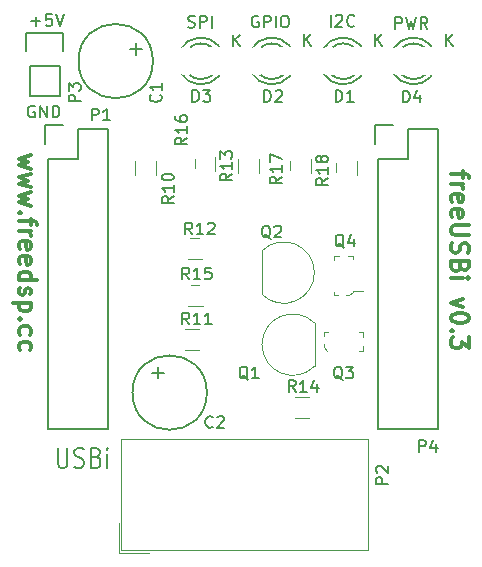
<source format=gto>
G04 #@! TF.GenerationSoftware,KiCad,Pcbnew,(5.0.0)*
G04 #@! TF.CreationDate,2019-04-22T16:32:08+09:00*
G04 #@! TF.ProjectId,USBi_Programmer,555342695F50726F6772616D6D65722E,rev?*
G04 #@! TF.SameCoordinates,Original*
G04 #@! TF.FileFunction,Legend,Top*
G04 #@! TF.FilePolarity,Positive*
%FSLAX46Y46*%
G04 Gerber Fmt 4.6, Leading zero omitted, Abs format (unit mm)*
G04 Created by KiCad (PCBNEW (5.0.0)) date 04/22/19 16:32:08*
%MOMM*%
%LPD*%
G01*
G04 APERTURE LIST*
%ADD10C,0.200000*%
%ADD11C,0.300000*%
%ADD12C,0.120000*%
%ADD13C,0.150000*%
%ADD14C,0.100000*%
%ADD15O,1.900000X1.300000*%
%ADD16R,1.900000X1.300000*%
%ADD17C,1.901140*%
%ADD18R,2.400000X2.400000*%
%ADD19C,2.400000*%
%ADD20O,2.127200X2.127200*%
%ADD21R,2.127200X2.127200*%
%ADD22R,2.432000X2.432000*%
%ADD23O,2.432000X2.432000*%
%ADD24R,0.740000X1.440000*%
%ADD25R,1.440000X0.740000*%
%ADD26O,1.800000X1.800000*%
%ADD27C,1.800000*%
%ADD28C,4.100000*%
%ADD29R,1.700000X1.900000*%
%ADD30R,1.900000X1.700000*%
G04 APERTURE END LIST*
D10*
X102362095Y-141613000D02*
X102266857Y-141565380D01*
X102124000Y-141565380D01*
X101981142Y-141613000D01*
X101885904Y-141708238D01*
X101838285Y-141803476D01*
X101790666Y-141993952D01*
X101790666Y-142136809D01*
X101838285Y-142327285D01*
X101885904Y-142422523D01*
X101981142Y-142517761D01*
X102124000Y-142565380D01*
X102219238Y-142565380D01*
X102362095Y-142517761D01*
X102409714Y-142470142D01*
X102409714Y-142136809D01*
X102219238Y-142136809D01*
X102838285Y-142565380D02*
X102838285Y-141565380D01*
X103409714Y-142565380D01*
X103409714Y-141565380D01*
X103885904Y-142565380D02*
X103885904Y-141565380D01*
X104124000Y-141565380D01*
X104266857Y-141613000D01*
X104362095Y-141708238D01*
X104409714Y-141803476D01*
X104457333Y-141993952D01*
X104457333Y-142136809D01*
X104409714Y-142327285D01*
X104362095Y-142422523D01*
X104266857Y-142517761D01*
X104124000Y-142565380D01*
X103885904Y-142565380D01*
X102092285Y-134437428D02*
X102854190Y-134437428D01*
X102473238Y-134818380D02*
X102473238Y-134056476D01*
X103806571Y-133818380D02*
X103330380Y-133818380D01*
X103282761Y-134294571D01*
X103330380Y-134246952D01*
X103425619Y-134199333D01*
X103663714Y-134199333D01*
X103758952Y-134246952D01*
X103806571Y-134294571D01*
X103854190Y-134389809D01*
X103854190Y-134627904D01*
X103806571Y-134723142D01*
X103758952Y-134770761D01*
X103663714Y-134818380D01*
X103425619Y-134818380D01*
X103330380Y-134770761D01*
X103282761Y-134723142D01*
X104139904Y-133818380D02*
X104473238Y-134818380D01*
X104806571Y-133818380D01*
D11*
X138624428Y-147114571D02*
X138624428Y-147686000D01*
X137624428Y-147328857D02*
X138910142Y-147328857D01*
X139053000Y-147400285D01*
X139124428Y-147543142D01*
X139124428Y-147686000D01*
X137624428Y-148186000D02*
X138624428Y-148186000D01*
X138338714Y-148186000D02*
X138481571Y-148257428D01*
X138553000Y-148328857D01*
X138624428Y-148471714D01*
X138624428Y-148614571D01*
X137695857Y-149686000D02*
X137624428Y-149543142D01*
X137624428Y-149257428D01*
X137695857Y-149114571D01*
X137838714Y-149043142D01*
X138410142Y-149043142D01*
X138553000Y-149114571D01*
X138624428Y-149257428D01*
X138624428Y-149543142D01*
X138553000Y-149686000D01*
X138410142Y-149757428D01*
X138267285Y-149757428D01*
X138124428Y-149043142D01*
X137695857Y-150971714D02*
X137624428Y-150828857D01*
X137624428Y-150543142D01*
X137695857Y-150400285D01*
X137838714Y-150328857D01*
X138410142Y-150328857D01*
X138553000Y-150400285D01*
X138624428Y-150543142D01*
X138624428Y-150828857D01*
X138553000Y-150971714D01*
X138410142Y-151043142D01*
X138267285Y-151043142D01*
X138124428Y-150328857D01*
X139124428Y-151686000D02*
X137910142Y-151686000D01*
X137767285Y-151757428D01*
X137695857Y-151828857D01*
X137624428Y-151971714D01*
X137624428Y-152257428D01*
X137695857Y-152400285D01*
X137767285Y-152471714D01*
X137910142Y-152543142D01*
X139124428Y-152543142D01*
X137695857Y-153186000D02*
X137624428Y-153400285D01*
X137624428Y-153757428D01*
X137695857Y-153900285D01*
X137767285Y-153971714D01*
X137910142Y-154043142D01*
X138053000Y-154043142D01*
X138195857Y-153971714D01*
X138267285Y-153900285D01*
X138338714Y-153757428D01*
X138410142Y-153471714D01*
X138481571Y-153328857D01*
X138553000Y-153257428D01*
X138695857Y-153186000D01*
X138838714Y-153186000D01*
X138981571Y-153257428D01*
X139053000Y-153328857D01*
X139124428Y-153471714D01*
X139124428Y-153828857D01*
X139053000Y-154043142D01*
X138410142Y-155186000D02*
X138338714Y-155400285D01*
X138267285Y-155471714D01*
X138124428Y-155543142D01*
X137910142Y-155543142D01*
X137767285Y-155471714D01*
X137695857Y-155400285D01*
X137624428Y-155257428D01*
X137624428Y-154686000D01*
X139124428Y-154686000D01*
X139124428Y-155186000D01*
X139053000Y-155328857D01*
X138981571Y-155400285D01*
X138838714Y-155471714D01*
X138695857Y-155471714D01*
X138553000Y-155400285D01*
X138481571Y-155328857D01*
X138410142Y-155186000D01*
X138410142Y-154686000D01*
X137624428Y-156186000D02*
X138624428Y-156186000D01*
X139124428Y-156186000D02*
X139053000Y-156114571D01*
X138981571Y-156186000D01*
X139053000Y-156257428D01*
X139124428Y-156186000D01*
X138981571Y-156186000D01*
X138624428Y-157900285D02*
X137624428Y-158257428D01*
X138624428Y-158614571D01*
X139124428Y-159471714D02*
X139124428Y-159614571D01*
X139053000Y-159757428D01*
X138981571Y-159828857D01*
X138838714Y-159900285D01*
X138553000Y-159971714D01*
X138195857Y-159971714D01*
X137910142Y-159900285D01*
X137767285Y-159828857D01*
X137695857Y-159757428D01*
X137624428Y-159614571D01*
X137624428Y-159471714D01*
X137695857Y-159328857D01*
X137767285Y-159257428D01*
X137910142Y-159186000D01*
X138195857Y-159114571D01*
X138553000Y-159114571D01*
X138838714Y-159186000D01*
X138981571Y-159257428D01*
X139053000Y-159328857D01*
X139124428Y-159471714D01*
X137767285Y-160614571D02*
X137695857Y-160686000D01*
X137624428Y-160614571D01*
X137695857Y-160543142D01*
X137767285Y-160614571D01*
X137624428Y-160614571D01*
X139124428Y-161186000D02*
X139124428Y-162114571D01*
X138553000Y-161614571D01*
X138553000Y-161828857D01*
X138481571Y-161971714D01*
X138410142Y-162043142D01*
X138267285Y-162114571D01*
X137910142Y-162114571D01*
X137767285Y-162043142D01*
X137695857Y-161971714D01*
X137624428Y-161828857D01*
X137624428Y-161400285D01*
X137695857Y-161257428D01*
X137767285Y-161186000D01*
X102048428Y-145765285D02*
X101048428Y-146051000D01*
X101762714Y-146336714D01*
X101048428Y-146622428D01*
X102048428Y-146908142D01*
X102048428Y-147336714D02*
X101048428Y-147622428D01*
X101762714Y-147908142D01*
X101048428Y-148193857D01*
X102048428Y-148479571D01*
X102048428Y-148908142D02*
X101048428Y-149193857D01*
X101762714Y-149479571D01*
X101048428Y-149765285D01*
X102048428Y-150051000D01*
X101191285Y-150622428D02*
X101119857Y-150693857D01*
X101048428Y-150622428D01*
X101119857Y-150551000D01*
X101191285Y-150622428D01*
X101048428Y-150622428D01*
X102048428Y-151122428D02*
X102048428Y-151693857D01*
X101048428Y-151336714D02*
X102334142Y-151336714D01*
X102477000Y-151408142D01*
X102548428Y-151551000D01*
X102548428Y-151693857D01*
X101048428Y-152193857D02*
X102048428Y-152193857D01*
X101762714Y-152193857D02*
X101905571Y-152265285D01*
X101977000Y-152336714D01*
X102048428Y-152479571D01*
X102048428Y-152622428D01*
X101119857Y-153693857D02*
X101048428Y-153551000D01*
X101048428Y-153265285D01*
X101119857Y-153122428D01*
X101262714Y-153051000D01*
X101834142Y-153051000D01*
X101977000Y-153122428D01*
X102048428Y-153265285D01*
X102048428Y-153551000D01*
X101977000Y-153693857D01*
X101834142Y-153765285D01*
X101691285Y-153765285D01*
X101548428Y-153051000D01*
X101119857Y-154979571D02*
X101048428Y-154836714D01*
X101048428Y-154551000D01*
X101119857Y-154408142D01*
X101262714Y-154336714D01*
X101834142Y-154336714D01*
X101977000Y-154408142D01*
X102048428Y-154551000D01*
X102048428Y-154836714D01*
X101977000Y-154979571D01*
X101834142Y-155051000D01*
X101691285Y-155051000D01*
X101548428Y-154336714D01*
X101048428Y-156336714D02*
X102548428Y-156336714D01*
X101119857Y-156336714D02*
X101048428Y-156193857D01*
X101048428Y-155908142D01*
X101119857Y-155765285D01*
X101191285Y-155693857D01*
X101334142Y-155622428D01*
X101762714Y-155622428D01*
X101905571Y-155693857D01*
X101977000Y-155765285D01*
X102048428Y-155908142D01*
X102048428Y-156193857D01*
X101977000Y-156336714D01*
X101119857Y-156979571D02*
X101048428Y-157122428D01*
X101048428Y-157408142D01*
X101119857Y-157551000D01*
X101262714Y-157622428D01*
X101334142Y-157622428D01*
X101477000Y-157551000D01*
X101548428Y-157408142D01*
X101548428Y-157193857D01*
X101619857Y-157051000D01*
X101762714Y-156979571D01*
X101834142Y-156979571D01*
X101977000Y-157051000D01*
X102048428Y-157193857D01*
X102048428Y-157408142D01*
X101977000Y-157551000D01*
X102048428Y-158265285D02*
X100548428Y-158265285D01*
X101977000Y-158265285D02*
X102048428Y-158408142D01*
X102048428Y-158693857D01*
X101977000Y-158836714D01*
X101905571Y-158908142D01*
X101762714Y-158979571D01*
X101334142Y-158979571D01*
X101191285Y-158908142D01*
X101119857Y-158836714D01*
X101048428Y-158693857D01*
X101048428Y-158408142D01*
X101119857Y-158265285D01*
X101191285Y-159622428D02*
X101119857Y-159693857D01*
X101048428Y-159622428D01*
X101119857Y-159551000D01*
X101191285Y-159622428D01*
X101048428Y-159622428D01*
X101119857Y-160979571D02*
X101048428Y-160836714D01*
X101048428Y-160551000D01*
X101119857Y-160408142D01*
X101191285Y-160336714D01*
X101334142Y-160265285D01*
X101762714Y-160265285D01*
X101905571Y-160336714D01*
X101977000Y-160408142D01*
X102048428Y-160551000D01*
X102048428Y-160836714D01*
X101977000Y-160979571D01*
X101119857Y-162265285D02*
X101048428Y-162122428D01*
X101048428Y-161836714D01*
X101119857Y-161693857D01*
X101191285Y-161622428D01*
X101334142Y-161551000D01*
X101762714Y-161551000D01*
X101905571Y-161622428D01*
X101977000Y-161693857D01*
X102048428Y-161836714D01*
X102048428Y-162122428D01*
X101977000Y-162265285D01*
D10*
X104326000Y-170519047D02*
X104326000Y-171895238D01*
X104392666Y-172057142D01*
X104459333Y-172138095D01*
X104592666Y-172219047D01*
X104859333Y-172219047D01*
X104992666Y-172138095D01*
X105059333Y-172057142D01*
X105126000Y-171895238D01*
X105126000Y-170519047D01*
X105726000Y-172138095D02*
X105926000Y-172219047D01*
X106259333Y-172219047D01*
X106392666Y-172138095D01*
X106459333Y-172057142D01*
X106526000Y-171895238D01*
X106526000Y-171733333D01*
X106459333Y-171571428D01*
X106392666Y-171490476D01*
X106259333Y-171409523D01*
X105992666Y-171328571D01*
X105859333Y-171247619D01*
X105792666Y-171166666D01*
X105726000Y-171004761D01*
X105726000Y-170842857D01*
X105792666Y-170680952D01*
X105859333Y-170600000D01*
X105992666Y-170519047D01*
X106326000Y-170519047D01*
X106526000Y-170600000D01*
X107592666Y-171328571D02*
X107792666Y-171409523D01*
X107859333Y-171490476D01*
X107926000Y-171652380D01*
X107926000Y-171895238D01*
X107859333Y-172057142D01*
X107792666Y-172138095D01*
X107659333Y-172219047D01*
X107126000Y-172219047D01*
X107126000Y-170519047D01*
X107592666Y-170519047D01*
X107726000Y-170600000D01*
X107792666Y-170680952D01*
X107859333Y-170842857D01*
X107859333Y-171004761D01*
X107792666Y-171166666D01*
X107726000Y-171247619D01*
X107592666Y-171328571D01*
X107126000Y-171328571D01*
X108526000Y-172219047D02*
X108526000Y-171085714D01*
X108526000Y-170519047D02*
X108459333Y-170600000D01*
X108526000Y-170680952D01*
X108592666Y-170600000D01*
X108526000Y-170519047D01*
X108526000Y-170680952D01*
X127420809Y-134881880D02*
X127420809Y-133881880D01*
X127849380Y-133977119D02*
X127897000Y-133929500D01*
X127992238Y-133881880D01*
X128230333Y-133881880D01*
X128325571Y-133929500D01*
X128373190Y-133977119D01*
X128420809Y-134072357D01*
X128420809Y-134167595D01*
X128373190Y-134310452D01*
X127801761Y-134881880D01*
X128420809Y-134881880D01*
X129420809Y-134786642D02*
X129373190Y-134834261D01*
X129230333Y-134881880D01*
X129135095Y-134881880D01*
X128992238Y-134834261D01*
X128897000Y-134739023D01*
X128849380Y-134643785D01*
X128801761Y-134453309D01*
X128801761Y-134310452D01*
X128849380Y-134119976D01*
X128897000Y-134024738D01*
X128992238Y-133929500D01*
X129135095Y-133881880D01*
X129230333Y-133881880D01*
X129373190Y-133929500D01*
X129420809Y-133977119D01*
X121301000Y-133993000D02*
X121205761Y-133945380D01*
X121062904Y-133945380D01*
X120920047Y-133993000D01*
X120824809Y-134088238D01*
X120777190Y-134183476D01*
X120729571Y-134373952D01*
X120729571Y-134516809D01*
X120777190Y-134707285D01*
X120824809Y-134802523D01*
X120920047Y-134897761D01*
X121062904Y-134945380D01*
X121158142Y-134945380D01*
X121301000Y-134897761D01*
X121348619Y-134850142D01*
X121348619Y-134516809D01*
X121158142Y-134516809D01*
X121777190Y-134945380D02*
X121777190Y-133945380D01*
X122158142Y-133945380D01*
X122253380Y-133993000D01*
X122301000Y-134040619D01*
X122348619Y-134135857D01*
X122348619Y-134278714D01*
X122301000Y-134373952D01*
X122253380Y-134421571D01*
X122158142Y-134469190D01*
X121777190Y-134469190D01*
X122777190Y-134945380D02*
X122777190Y-133945380D01*
X123443857Y-133945380D02*
X123634333Y-133945380D01*
X123729571Y-133993000D01*
X123824809Y-134088238D01*
X123872428Y-134278714D01*
X123872428Y-134612047D01*
X123824809Y-134802523D01*
X123729571Y-134897761D01*
X123634333Y-134945380D01*
X123443857Y-134945380D01*
X123348619Y-134897761D01*
X123253380Y-134802523D01*
X123205761Y-134612047D01*
X123205761Y-134278714D01*
X123253380Y-134088238D01*
X123348619Y-133993000D01*
X123443857Y-133945380D01*
X115338190Y-134915761D02*
X115481047Y-134963380D01*
X115719142Y-134963380D01*
X115814380Y-134915761D01*
X115862000Y-134868142D01*
X115909619Y-134772904D01*
X115909619Y-134677666D01*
X115862000Y-134582428D01*
X115814380Y-134534809D01*
X115719142Y-134487190D01*
X115528666Y-134439571D01*
X115433428Y-134391952D01*
X115385809Y-134344333D01*
X115338190Y-134249095D01*
X115338190Y-134153857D01*
X115385809Y-134058619D01*
X115433428Y-134011000D01*
X115528666Y-133963380D01*
X115766761Y-133963380D01*
X115909619Y-134011000D01*
X116338190Y-134963380D02*
X116338190Y-133963380D01*
X116719142Y-133963380D01*
X116814380Y-134011000D01*
X116862000Y-134058619D01*
X116909619Y-134153857D01*
X116909619Y-134296714D01*
X116862000Y-134391952D01*
X116814380Y-134439571D01*
X116719142Y-134487190D01*
X116338190Y-134487190D01*
X117338190Y-134963380D02*
X117338190Y-133963380D01*
X132905666Y-135072380D02*
X132905666Y-134072380D01*
X133286619Y-134072380D01*
X133381857Y-134120000D01*
X133429476Y-134167619D01*
X133477095Y-134262857D01*
X133477095Y-134405714D01*
X133429476Y-134500952D01*
X133381857Y-134548571D01*
X133286619Y-134596190D01*
X132905666Y-134596190D01*
X133810428Y-134072380D02*
X134048523Y-135072380D01*
X134239000Y-134358095D01*
X134429476Y-135072380D01*
X134667571Y-134072380D01*
X135619952Y-135072380D02*
X135286619Y-134596190D01*
X135048523Y-135072380D02*
X135048523Y-134072380D01*
X135429476Y-134072380D01*
X135524714Y-134120000D01*
X135572333Y-134167619D01*
X135619952Y-134262857D01*
X135619952Y-134405714D01*
X135572333Y-134500952D01*
X135524714Y-134548571D01*
X135429476Y-134596190D01*
X135048523Y-134596190D01*
D12*
G04 #@! TO.C,Q1*
X126056000Y-163598000D02*
X126056000Y-159998000D01*
X126044478Y-163636478D02*
G75*
G02X121606000Y-161798000I-1838478J1838478D01*
G01*
X126044478Y-159959522D02*
G75*
G03X121606000Y-161798000I-1838478J-1838478D01*
G01*
D13*
G04 #@! TO.C,C1*
X110919260Y-136794240D02*
X110919260Y-137294620D01*
X110919260Y-136794240D02*
X111419640Y-136794240D01*
X110919260Y-136293860D02*
X110919260Y-136794240D01*
X110919260Y-136794240D02*
X110520480Y-136794240D01*
X110520480Y-136794240D02*
X110418880Y-136794240D01*
X112369600Y-137795000D02*
G75*
G03X112369600Y-137795000I-3149600J0D01*
G01*
G04 #@! TO.C,D1*
X129978000Y-136497000D02*
X129978000Y-136697000D01*
X129978000Y-139091000D02*
X129978000Y-138911000D01*
X126750256Y-138780643D02*
G75*
G03X129978000Y-139097000I1727744J1003643D01*
G01*
X127425994Y-138910068D02*
G75*
G03X129529000Y-138911000I1052006J1133068D01*
G01*
X129965220Y-136470274D02*
G75*
G03X126728000Y-136817000I-1497220J-1306726D01*
G01*
X129491889Y-136697747D02*
G75*
G03X127444000Y-136717000I-1013889J-1079253D01*
G01*
G04 #@! TO.C,D2*
X123938000Y-136497000D02*
X123938000Y-136697000D01*
X123938000Y-139091000D02*
X123938000Y-138911000D01*
X120710256Y-138780643D02*
G75*
G03X123938000Y-139097000I1727744J1003643D01*
G01*
X121385994Y-138910068D02*
G75*
G03X123489000Y-138911000I1052006J1133068D01*
G01*
X123925220Y-136470274D02*
G75*
G03X120688000Y-136817000I-1497220J-1306726D01*
G01*
X123451889Y-136697747D02*
G75*
G03X121404000Y-136717000I-1013889J-1079253D01*
G01*
G04 #@! TO.C,D3*
X117938000Y-136497000D02*
X117938000Y-136697000D01*
X117938000Y-139091000D02*
X117938000Y-138911000D01*
X114710256Y-138780643D02*
G75*
G03X117938000Y-139097000I1727744J1003643D01*
G01*
X115385994Y-138910068D02*
G75*
G03X117489000Y-138911000I1052006J1133068D01*
G01*
X117925220Y-136470274D02*
G75*
G03X114688000Y-136817000I-1497220J-1306726D01*
G01*
X117451889Y-136697747D02*
G75*
G03X115404000Y-136717000I-1013889J-1079253D01*
G01*
G04 #@! TO.C,D4*
X135938000Y-136497000D02*
X135938000Y-136697000D01*
X135938000Y-139091000D02*
X135938000Y-138911000D01*
X132710256Y-138780643D02*
G75*
G03X135938000Y-139097000I1727744J1003643D01*
G01*
X133385994Y-138910068D02*
G75*
G03X135489000Y-138911000I1052006J1133068D01*
G01*
X135925220Y-136470274D02*
G75*
G03X132688000Y-136817000I-1497220J-1306726D01*
G01*
X135451889Y-136697747D02*
G75*
G03X133404000Y-136717000I-1013889J-1079253D01*
G01*
G04 #@! TO.C,C2*
X112791240Y-164162740D02*
X113291620Y-164162740D01*
X112791240Y-164162740D02*
X112791240Y-163662360D01*
X112290860Y-164162740D02*
X112791240Y-164162740D01*
X112791240Y-164162740D02*
X112791240Y-164561520D01*
X112791240Y-164561520D02*
X112791240Y-164663120D01*
X116941600Y-165862000D02*
G75*
G03X116941600Y-165862000I-3149600J0D01*
G01*
G04 #@! TO.C,P1*
X103225000Y-143230000D02*
X103225000Y-144780000D01*
X106045000Y-146050000D02*
X103505000Y-146050000D01*
X106045000Y-143510000D02*
X106045000Y-146050000D01*
X104775000Y-143230000D02*
X103225000Y-143230000D01*
X108585000Y-143510000D02*
X106045000Y-143510000D01*
X108585000Y-168910000D02*
X103505000Y-168910000D01*
X103505000Y-146050000D02*
X103505000Y-168910000D01*
X108585000Y-168910000D02*
X108585000Y-143510000D01*
D12*
G04 #@! TO.C,P2*
X109712000Y-169823000D02*
X130572000Y-169823000D01*
X130572000Y-169823000D02*
X130572000Y-179173000D01*
X130572000Y-179173000D02*
X109712000Y-179173000D01*
X109712000Y-179173000D02*
X109712000Y-169823000D01*
X109462000Y-179423000D02*
X112002000Y-179423000D01*
X109462000Y-179423000D02*
X109462000Y-176883000D01*
D13*
G04 #@! TO.C,P3*
X104475000Y-138205000D02*
X104475000Y-140745000D01*
X104755000Y-135385000D02*
X104755000Y-136935000D01*
X104475000Y-138205000D02*
X101935000Y-138205000D01*
X101655000Y-136935000D02*
X101655000Y-135385000D01*
X101655000Y-135385000D02*
X104755000Y-135385000D01*
X101935000Y-138205000D02*
X101935000Y-140745000D01*
X101935000Y-140745000D02*
X104475000Y-140745000D01*
G04 #@! TO.C,P4*
X136525000Y-168910000D02*
X136525000Y-143510000D01*
X131445000Y-146050000D02*
X131445000Y-168910000D01*
X136525000Y-168910000D02*
X131445000Y-168910000D01*
X136525000Y-143510000D02*
X133985000Y-143510000D01*
X132715000Y-143230000D02*
X131165000Y-143230000D01*
X133985000Y-143510000D02*
X133985000Y-146050000D01*
X133985000Y-146050000D02*
X131445000Y-146050000D01*
X131165000Y-143230000D02*
X131165000Y-144780000D01*
D14*
G04 #@! TO.C,Q3*
X126874000Y-160719000D02*
X127174000Y-160719000D01*
X126874000Y-161094000D02*
X126874000Y-160719000D01*
X130174000Y-160719000D02*
X130174000Y-161169000D01*
X129874000Y-160719000D02*
X130174000Y-160719000D01*
X129949000Y-160719000D02*
X129824000Y-160719000D01*
X130174000Y-162369000D02*
X129824000Y-162369000D01*
X130174000Y-161894000D02*
X130174000Y-162369000D01*
X127199000Y-162369000D02*
X127199000Y-163144000D01*
X127149000Y-162369000D02*
X127199000Y-162369000D01*
X126874000Y-161994000D02*
X127149000Y-162369000D01*
X126874000Y-161719000D02*
X126874000Y-161994000D01*
G04 #@! TO.C,Q4*
X128699000Y-157606000D02*
X128974000Y-157606000D01*
X128974000Y-157606000D02*
X129349000Y-157331000D01*
X129349000Y-157331000D02*
X129349000Y-157281000D01*
X129349000Y-157281000D02*
X130124000Y-157281000D01*
X128874000Y-154306000D02*
X129349000Y-154306000D01*
X129349000Y-154306000D02*
X129349000Y-154656000D01*
X127699000Y-154531000D02*
X127699000Y-154656000D01*
X127699000Y-154606000D02*
X127699000Y-154306000D01*
X127699000Y-154306000D02*
X128149000Y-154306000D01*
X128074000Y-157606000D02*
X127699000Y-157606000D01*
X127699000Y-157606000D02*
X127699000Y-157306000D01*
D12*
G04 #@! TO.C,Q2*
X121605522Y-157540478D02*
G75*
G03X126044000Y-155702000I1838478J1838478D01*
G01*
X121605522Y-153863522D02*
G75*
G02X126044000Y-155702000I1838478J-1838478D01*
G01*
X121594000Y-153902000D02*
X121594000Y-157502000D01*
G04 #@! TO.C,R10*
X112640000Y-146212000D02*
X112640000Y-147412000D01*
X110880000Y-147412000D02*
X110880000Y-146212000D01*
G04 #@! TO.C,R11*
X116297000Y-162250000D02*
X115097000Y-162250000D01*
X115097000Y-160490000D02*
X116297000Y-160490000D01*
G04 #@! TO.C,R12*
X116559000Y-154525000D02*
X115359000Y-154525000D01*
X115359000Y-152765000D02*
X116559000Y-152765000D01*
G04 #@! TO.C,R13*
X121367000Y-146085000D02*
X121367000Y-147285000D01*
X119607000Y-147285000D02*
X119607000Y-146085000D01*
G04 #@! TO.C,R14*
X124368000Y-166252000D02*
X125568000Y-166252000D01*
X125568000Y-168012000D02*
X124368000Y-168012000D01*
G04 #@! TO.C,R15*
X116581000Y-158502000D02*
X115381000Y-158502000D01*
X115381000Y-156742000D02*
X116581000Y-156742000D01*
G04 #@! TO.C,R16*
X115904000Y-147130000D02*
X115904000Y-145930000D01*
X117664000Y-145930000D02*
X117664000Y-147130000D01*
G04 #@! TO.C,R17*
X125721000Y-146085000D02*
X125721000Y-147285000D01*
X123961000Y-147285000D02*
X123961000Y-146085000D01*
G04 #@! TO.C,R18*
X127855000Y-147412000D02*
X127855000Y-146212000D01*
X129615000Y-146212000D02*
X129615000Y-147412000D01*
G04 #@! TO.C,Q1*
D13*
X120427761Y-164758619D02*
X120332523Y-164711000D01*
X120237285Y-164615761D01*
X120094428Y-164472904D01*
X119999190Y-164425285D01*
X119903952Y-164425285D01*
X119951571Y-164663380D02*
X119856333Y-164615761D01*
X119761095Y-164520523D01*
X119713476Y-164330047D01*
X119713476Y-163996714D01*
X119761095Y-163806238D01*
X119856333Y-163711000D01*
X119951571Y-163663380D01*
X120142047Y-163663380D01*
X120237285Y-163711000D01*
X120332523Y-163806238D01*
X120380142Y-163996714D01*
X120380142Y-164330047D01*
X120332523Y-164520523D01*
X120237285Y-164615761D01*
X120142047Y-164663380D01*
X119951571Y-164663380D01*
X121332523Y-164663380D02*
X120761095Y-164663380D01*
X121046809Y-164663380D02*
X121046809Y-163663380D01*
X120951571Y-163806238D01*
X120856333Y-163901476D01*
X120761095Y-163949095D01*
G04 #@! TO.C,C1*
X113006142Y-140628666D02*
X113053761Y-140676285D01*
X113101380Y-140819142D01*
X113101380Y-140914380D01*
X113053761Y-141057238D01*
X112958523Y-141152476D01*
X112863285Y-141200095D01*
X112672809Y-141247714D01*
X112529952Y-141247714D01*
X112339476Y-141200095D01*
X112244238Y-141152476D01*
X112149000Y-141057238D01*
X112101380Y-140914380D01*
X112101380Y-140819142D01*
X112149000Y-140676285D01*
X112196619Y-140628666D01*
X113101380Y-139676285D02*
X113101380Y-140247714D01*
X113101380Y-139962000D02*
X112101380Y-139962000D01*
X112244238Y-140057238D01*
X112339476Y-140152476D01*
X112387095Y-140247714D01*
G04 #@! TO.C,D1*
X127838604Y-141240680D02*
X127838604Y-140240680D01*
X128076700Y-140240680D01*
X128219557Y-140288300D01*
X128314795Y-140383538D01*
X128362414Y-140478776D01*
X128410033Y-140669252D01*
X128410033Y-140812109D01*
X128362414Y-141002585D01*
X128314795Y-141097823D01*
X128219557Y-141193061D01*
X128076700Y-141240680D01*
X127838604Y-141240680D01*
X129362414Y-141240680D02*
X128790985Y-141240680D01*
X129076700Y-141240680D02*
X129076700Y-140240680D01*
X128981461Y-140383538D01*
X128886223Y-140478776D01*
X128790985Y-140526395D01*
X131207095Y-136523380D02*
X131207095Y-135523380D01*
X131778523Y-136523380D02*
X131349952Y-135951952D01*
X131778523Y-135523380D02*
X131207095Y-136094809D01*
G04 #@! TO.C,D2*
X121800904Y-141255380D02*
X121800904Y-140255380D01*
X122039000Y-140255380D01*
X122181857Y-140303000D01*
X122277095Y-140398238D01*
X122324714Y-140493476D01*
X122372333Y-140683952D01*
X122372333Y-140826809D01*
X122324714Y-141017285D01*
X122277095Y-141112523D01*
X122181857Y-141207761D01*
X122039000Y-141255380D01*
X121800904Y-141255380D01*
X122753285Y-140350619D02*
X122800904Y-140303000D01*
X122896142Y-140255380D01*
X123134238Y-140255380D01*
X123229476Y-140303000D01*
X123277095Y-140350619D01*
X123324714Y-140445857D01*
X123324714Y-140541095D01*
X123277095Y-140683952D01*
X122705666Y-141255380D01*
X123324714Y-141255380D01*
X125167095Y-136523380D02*
X125167095Y-135523380D01*
X125738523Y-136523380D02*
X125309952Y-135951952D01*
X125738523Y-135523380D02*
X125167095Y-136094809D01*
G04 #@! TO.C,D3*
X115709704Y-141227980D02*
X115709704Y-140227980D01*
X115947800Y-140227980D01*
X116090657Y-140275600D01*
X116185895Y-140370838D01*
X116233514Y-140466076D01*
X116281133Y-140656552D01*
X116281133Y-140799409D01*
X116233514Y-140989885D01*
X116185895Y-141085123D01*
X116090657Y-141180361D01*
X115947800Y-141227980D01*
X115709704Y-141227980D01*
X116614466Y-140227980D02*
X117233514Y-140227980D01*
X116900180Y-140608933D01*
X117043038Y-140608933D01*
X117138276Y-140656552D01*
X117185895Y-140704171D01*
X117233514Y-140799409D01*
X117233514Y-141037504D01*
X117185895Y-141132742D01*
X117138276Y-141180361D01*
X117043038Y-141227980D01*
X116757323Y-141227980D01*
X116662085Y-141180361D01*
X116614466Y-141132742D01*
X119157095Y-136543380D02*
X119157095Y-135543380D01*
X119728523Y-136543380D02*
X119299952Y-135971952D01*
X119728523Y-135543380D02*
X119157095Y-136114809D01*
G04 #@! TO.C,D4*
X133531904Y-141291480D02*
X133531904Y-140291480D01*
X133770000Y-140291480D01*
X133912857Y-140339100D01*
X134008095Y-140434338D01*
X134055714Y-140529576D01*
X134103333Y-140720052D01*
X134103333Y-140862909D01*
X134055714Y-141053385D01*
X134008095Y-141148623D01*
X133912857Y-141243861D01*
X133770000Y-141291480D01*
X133531904Y-141291480D01*
X134960476Y-140624814D02*
X134960476Y-141291480D01*
X134722380Y-140243861D02*
X134484285Y-140958147D01*
X135103333Y-140958147D01*
X137167095Y-136523380D02*
X137167095Y-135523380D01*
X137738523Y-136523380D02*
X137309952Y-135951952D01*
X137738523Y-135523380D02*
X137167095Y-136094809D01*
G04 #@! TO.C,C2*
X117435333Y-168759142D02*
X117387714Y-168806761D01*
X117244857Y-168854380D01*
X117149619Y-168854380D01*
X117006761Y-168806761D01*
X116911523Y-168711523D01*
X116863904Y-168616285D01*
X116816285Y-168425809D01*
X116816285Y-168282952D01*
X116863904Y-168092476D01*
X116911523Y-167997238D01*
X117006761Y-167902000D01*
X117149619Y-167854380D01*
X117244857Y-167854380D01*
X117387714Y-167902000D01*
X117435333Y-167949619D01*
X117816285Y-167949619D02*
X117863904Y-167902000D01*
X117959142Y-167854380D01*
X118197238Y-167854380D01*
X118292476Y-167902000D01*
X118340095Y-167949619D01*
X118387714Y-168044857D01*
X118387714Y-168140095D01*
X118340095Y-168282952D01*
X117768666Y-168854380D01*
X118387714Y-168854380D01*
G04 #@! TO.C,P1*
X107211904Y-142819380D02*
X107211904Y-141819380D01*
X107592857Y-141819380D01*
X107688095Y-141867000D01*
X107735714Y-141914619D01*
X107783333Y-142009857D01*
X107783333Y-142152714D01*
X107735714Y-142247952D01*
X107688095Y-142295571D01*
X107592857Y-142343190D01*
X107211904Y-142343190D01*
X108735714Y-142819380D02*
X108164285Y-142819380D01*
X108450000Y-142819380D02*
X108450000Y-141819380D01*
X108354761Y-141962238D01*
X108259523Y-142057476D01*
X108164285Y-142105095D01*
G04 #@! TO.C,P2*
X132278380Y-173585095D02*
X131278380Y-173585095D01*
X131278380Y-173204142D01*
X131326000Y-173108904D01*
X131373619Y-173061285D01*
X131468857Y-173013666D01*
X131611714Y-173013666D01*
X131706952Y-173061285D01*
X131754571Y-173108904D01*
X131802190Y-173204142D01*
X131802190Y-173585095D01*
X131373619Y-172632714D02*
X131326000Y-172585095D01*
X131278380Y-172489857D01*
X131278380Y-172251761D01*
X131326000Y-172156523D01*
X131373619Y-172108904D01*
X131468857Y-172061285D01*
X131564095Y-172061285D01*
X131706952Y-172108904D01*
X132278380Y-172680333D01*
X132278380Y-172061285D01*
G04 #@! TO.C,P3*
X106243380Y-141200095D02*
X105243380Y-141200095D01*
X105243380Y-140819142D01*
X105291000Y-140723904D01*
X105338619Y-140676285D01*
X105433857Y-140628666D01*
X105576714Y-140628666D01*
X105671952Y-140676285D01*
X105719571Y-140723904D01*
X105767190Y-140819142D01*
X105767190Y-141200095D01*
X105243380Y-140295333D02*
X105243380Y-139676285D01*
X105624333Y-140009619D01*
X105624333Y-139866761D01*
X105671952Y-139771523D01*
X105719571Y-139723904D01*
X105814809Y-139676285D01*
X106052904Y-139676285D01*
X106148142Y-139723904D01*
X106195761Y-139771523D01*
X106243380Y-139866761D01*
X106243380Y-140152476D01*
X106195761Y-140247714D01*
X106148142Y-140295333D01*
G04 #@! TO.C,P4*
X134897904Y-170886380D02*
X134897904Y-169886380D01*
X135278857Y-169886380D01*
X135374095Y-169934000D01*
X135421714Y-169981619D01*
X135469333Y-170076857D01*
X135469333Y-170219714D01*
X135421714Y-170314952D01*
X135374095Y-170362571D01*
X135278857Y-170410190D01*
X134897904Y-170410190D01*
X136326476Y-170219714D02*
X136326476Y-170886380D01*
X136088380Y-169838761D02*
X135850285Y-170553047D01*
X136469333Y-170553047D01*
G04 #@! TO.C,Q3*
X128428761Y-164758619D02*
X128333523Y-164711000D01*
X128238285Y-164615761D01*
X128095428Y-164472904D01*
X128000190Y-164425285D01*
X127904952Y-164425285D01*
X127952571Y-164663380D02*
X127857333Y-164615761D01*
X127762095Y-164520523D01*
X127714476Y-164330047D01*
X127714476Y-163996714D01*
X127762095Y-163806238D01*
X127857333Y-163711000D01*
X127952571Y-163663380D01*
X128143047Y-163663380D01*
X128238285Y-163711000D01*
X128333523Y-163806238D01*
X128381142Y-163996714D01*
X128381142Y-164330047D01*
X128333523Y-164520523D01*
X128238285Y-164615761D01*
X128143047Y-164663380D01*
X127952571Y-164663380D01*
X128714476Y-163663380D02*
X129333523Y-163663380D01*
X129000190Y-164044333D01*
X129143047Y-164044333D01*
X129238285Y-164091952D01*
X129285904Y-164139571D01*
X129333523Y-164234809D01*
X129333523Y-164472904D01*
X129285904Y-164568142D01*
X129238285Y-164615761D01*
X129143047Y-164663380D01*
X128857333Y-164663380D01*
X128762095Y-164615761D01*
X128714476Y-164568142D01*
G04 #@! TO.C,Q4*
X128555761Y-153582619D02*
X128460523Y-153535000D01*
X128365285Y-153439761D01*
X128222428Y-153296904D01*
X128127190Y-153249285D01*
X128031952Y-153249285D01*
X128079571Y-153487380D02*
X127984333Y-153439761D01*
X127889095Y-153344523D01*
X127841476Y-153154047D01*
X127841476Y-152820714D01*
X127889095Y-152630238D01*
X127984333Y-152535000D01*
X128079571Y-152487380D01*
X128270047Y-152487380D01*
X128365285Y-152535000D01*
X128460523Y-152630238D01*
X128508142Y-152820714D01*
X128508142Y-153154047D01*
X128460523Y-153344523D01*
X128365285Y-153439761D01*
X128270047Y-153487380D01*
X128079571Y-153487380D01*
X129365285Y-152820714D02*
X129365285Y-153487380D01*
X129127190Y-152439761D02*
X128889095Y-153154047D01*
X129508142Y-153154047D01*
G04 #@! TO.C,Q2*
X122332761Y-152820619D02*
X122237523Y-152773000D01*
X122142285Y-152677761D01*
X121999428Y-152534904D01*
X121904190Y-152487285D01*
X121808952Y-152487285D01*
X121856571Y-152725380D02*
X121761333Y-152677761D01*
X121666095Y-152582523D01*
X121618476Y-152392047D01*
X121618476Y-152058714D01*
X121666095Y-151868238D01*
X121761333Y-151773000D01*
X121856571Y-151725380D01*
X122047047Y-151725380D01*
X122142285Y-151773000D01*
X122237523Y-151868238D01*
X122285142Y-152058714D01*
X122285142Y-152392047D01*
X122237523Y-152582523D01*
X122142285Y-152677761D01*
X122047047Y-152725380D01*
X121856571Y-152725380D01*
X122666095Y-151820619D02*
X122713714Y-151773000D01*
X122808952Y-151725380D01*
X123047047Y-151725380D01*
X123142285Y-151773000D01*
X123189904Y-151820619D01*
X123237523Y-151915857D01*
X123237523Y-152011095D01*
X123189904Y-152153952D01*
X122618476Y-152725380D01*
X123237523Y-152725380D01*
G04 #@! TO.C,R10*
X114117380Y-149232857D02*
X113641190Y-149566190D01*
X114117380Y-149804285D02*
X113117380Y-149804285D01*
X113117380Y-149423333D01*
X113165000Y-149328095D01*
X113212619Y-149280476D01*
X113307857Y-149232857D01*
X113450714Y-149232857D01*
X113545952Y-149280476D01*
X113593571Y-149328095D01*
X113641190Y-149423333D01*
X113641190Y-149804285D01*
X114117380Y-148280476D02*
X114117380Y-148851904D01*
X114117380Y-148566190D02*
X113117380Y-148566190D01*
X113260238Y-148661428D01*
X113355476Y-148756666D01*
X113403095Y-148851904D01*
X113117380Y-147661428D02*
X113117380Y-147566190D01*
X113165000Y-147470952D01*
X113212619Y-147423333D01*
X113307857Y-147375714D01*
X113498333Y-147328095D01*
X113736428Y-147328095D01*
X113926904Y-147375714D01*
X114022142Y-147423333D01*
X114069761Y-147470952D01*
X114117380Y-147566190D01*
X114117380Y-147661428D01*
X114069761Y-147756666D01*
X114022142Y-147804285D01*
X113926904Y-147851904D01*
X113736428Y-147899523D01*
X113498333Y-147899523D01*
X113307857Y-147851904D01*
X113212619Y-147804285D01*
X113165000Y-147756666D01*
X113117380Y-147661428D01*
G04 #@! TO.C,R11*
X115435142Y-160091380D02*
X115101809Y-159615190D01*
X114863714Y-160091380D02*
X114863714Y-159091380D01*
X115244666Y-159091380D01*
X115339904Y-159139000D01*
X115387523Y-159186619D01*
X115435142Y-159281857D01*
X115435142Y-159424714D01*
X115387523Y-159519952D01*
X115339904Y-159567571D01*
X115244666Y-159615190D01*
X114863714Y-159615190D01*
X116387523Y-160091380D02*
X115816095Y-160091380D01*
X116101809Y-160091380D02*
X116101809Y-159091380D01*
X116006571Y-159234238D01*
X115911333Y-159329476D01*
X115816095Y-159377095D01*
X117339904Y-160091380D02*
X116768476Y-160091380D01*
X117054190Y-160091380D02*
X117054190Y-159091380D01*
X116958952Y-159234238D01*
X116863714Y-159329476D01*
X116768476Y-159377095D01*
G04 #@! TO.C,R12*
X115689142Y-152471380D02*
X115355809Y-151995190D01*
X115117714Y-152471380D02*
X115117714Y-151471380D01*
X115498666Y-151471380D01*
X115593904Y-151519000D01*
X115641523Y-151566619D01*
X115689142Y-151661857D01*
X115689142Y-151804714D01*
X115641523Y-151899952D01*
X115593904Y-151947571D01*
X115498666Y-151995190D01*
X115117714Y-151995190D01*
X116641523Y-152471380D02*
X116070095Y-152471380D01*
X116355809Y-152471380D02*
X116355809Y-151471380D01*
X116260571Y-151614238D01*
X116165333Y-151709476D01*
X116070095Y-151757095D01*
X117022476Y-151566619D02*
X117070095Y-151519000D01*
X117165333Y-151471380D01*
X117403428Y-151471380D01*
X117498666Y-151519000D01*
X117546285Y-151566619D01*
X117593904Y-151661857D01*
X117593904Y-151757095D01*
X117546285Y-151899952D01*
X116974857Y-152471380D01*
X117593904Y-152471380D01*
G04 #@! TO.C,R13*
X119070380Y-147327857D02*
X118594190Y-147661190D01*
X119070380Y-147899285D02*
X118070380Y-147899285D01*
X118070380Y-147518333D01*
X118118000Y-147423095D01*
X118165619Y-147375476D01*
X118260857Y-147327857D01*
X118403714Y-147327857D01*
X118498952Y-147375476D01*
X118546571Y-147423095D01*
X118594190Y-147518333D01*
X118594190Y-147899285D01*
X119070380Y-146375476D02*
X119070380Y-146946904D01*
X119070380Y-146661190D02*
X118070380Y-146661190D01*
X118213238Y-146756428D01*
X118308476Y-146851666D01*
X118356095Y-146946904D01*
X118070380Y-146042142D02*
X118070380Y-145423095D01*
X118451333Y-145756428D01*
X118451333Y-145613571D01*
X118498952Y-145518333D01*
X118546571Y-145470714D01*
X118641809Y-145423095D01*
X118879904Y-145423095D01*
X118975142Y-145470714D01*
X119022761Y-145518333D01*
X119070380Y-145613571D01*
X119070380Y-145899285D01*
X119022761Y-145994523D01*
X118975142Y-146042142D01*
G04 #@! TO.C,R14*
X124452142Y-165806380D02*
X124118809Y-165330190D01*
X123880714Y-165806380D02*
X123880714Y-164806380D01*
X124261666Y-164806380D01*
X124356904Y-164854000D01*
X124404523Y-164901619D01*
X124452142Y-164996857D01*
X124452142Y-165139714D01*
X124404523Y-165234952D01*
X124356904Y-165282571D01*
X124261666Y-165330190D01*
X123880714Y-165330190D01*
X125404523Y-165806380D02*
X124833095Y-165806380D01*
X125118809Y-165806380D02*
X125118809Y-164806380D01*
X125023571Y-164949238D01*
X124928333Y-165044476D01*
X124833095Y-165092095D01*
X126261666Y-165139714D02*
X126261666Y-165806380D01*
X126023571Y-164758761D02*
X125785476Y-165473047D01*
X126404523Y-165473047D01*
G04 #@! TO.C,R15*
X115435142Y-156281380D02*
X115101809Y-155805190D01*
X114863714Y-156281380D02*
X114863714Y-155281380D01*
X115244666Y-155281380D01*
X115339904Y-155329000D01*
X115387523Y-155376619D01*
X115435142Y-155471857D01*
X115435142Y-155614714D01*
X115387523Y-155709952D01*
X115339904Y-155757571D01*
X115244666Y-155805190D01*
X114863714Y-155805190D01*
X116387523Y-156281380D02*
X115816095Y-156281380D01*
X116101809Y-156281380D02*
X116101809Y-155281380D01*
X116006571Y-155424238D01*
X115911333Y-155519476D01*
X115816095Y-155567095D01*
X117292285Y-155281380D02*
X116816095Y-155281380D01*
X116768476Y-155757571D01*
X116816095Y-155709952D01*
X116911333Y-155662333D01*
X117149428Y-155662333D01*
X117244666Y-155709952D01*
X117292285Y-155757571D01*
X117339904Y-155852809D01*
X117339904Y-156090904D01*
X117292285Y-156186142D01*
X117244666Y-156233761D01*
X117149428Y-156281380D01*
X116911333Y-156281380D01*
X116816095Y-156233761D01*
X116768476Y-156186142D01*
G04 #@! TO.C,R16*
X115260380Y-144279857D02*
X114784190Y-144613190D01*
X115260380Y-144851285D02*
X114260380Y-144851285D01*
X114260380Y-144470333D01*
X114308000Y-144375095D01*
X114355619Y-144327476D01*
X114450857Y-144279857D01*
X114593714Y-144279857D01*
X114688952Y-144327476D01*
X114736571Y-144375095D01*
X114784190Y-144470333D01*
X114784190Y-144851285D01*
X115260380Y-143327476D02*
X115260380Y-143898904D01*
X115260380Y-143613190D02*
X114260380Y-143613190D01*
X114403238Y-143708428D01*
X114498476Y-143803666D01*
X114546095Y-143898904D01*
X114260380Y-142470333D02*
X114260380Y-142660809D01*
X114308000Y-142756047D01*
X114355619Y-142803666D01*
X114498476Y-142898904D01*
X114688952Y-142946523D01*
X115069904Y-142946523D01*
X115165142Y-142898904D01*
X115212761Y-142851285D01*
X115260380Y-142756047D01*
X115260380Y-142565571D01*
X115212761Y-142470333D01*
X115165142Y-142422714D01*
X115069904Y-142375095D01*
X114831809Y-142375095D01*
X114736571Y-142422714D01*
X114688952Y-142470333D01*
X114641333Y-142565571D01*
X114641333Y-142756047D01*
X114688952Y-142851285D01*
X114736571Y-142898904D01*
X114831809Y-142946523D01*
G04 #@! TO.C,R17*
X123261380Y-147581857D02*
X122785190Y-147915190D01*
X123261380Y-148153285D02*
X122261380Y-148153285D01*
X122261380Y-147772333D01*
X122309000Y-147677095D01*
X122356619Y-147629476D01*
X122451857Y-147581857D01*
X122594714Y-147581857D01*
X122689952Y-147629476D01*
X122737571Y-147677095D01*
X122785190Y-147772333D01*
X122785190Y-148153285D01*
X123261380Y-146629476D02*
X123261380Y-147200904D01*
X123261380Y-146915190D02*
X122261380Y-146915190D01*
X122404238Y-147010428D01*
X122499476Y-147105666D01*
X122547095Y-147200904D01*
X122261380Y-146296142D02*
X122261380Y-145629476D01*
X123261380Y-146058047D01*
G04 #@! TO.C,R18*
X127198380Y-147708857D02*
X126722190Y-148042190D01*
X127198380Y-148280285D02*
X126198380Y-148280285D01*
X126198380Y-147899333D01*
X126246000Y-147804095D01*
X126293619Y-147756476D01*
X126388857Y-147708857D01*
X126531714Y-147708857D01*
X126626952Y-147756476D01*
X126674571Y-147804095D01*
X126722190Y-147899333D01*
X126722190Y-148280285D01*
X127198380Y-146756476D02*
X127198380Y-147327904D01*
X127198380Y-147042190D02*
X126198380Y-147042190D01*
X126341238Y-147137428D01*
X126436476Y-147232666D01*
X126484095Y-147327904D01*
X126626952Y-146185047D02*
X126579333Y-146280285D01*
X126531714Y-146327904D01*
X126436476Y-146375523D01*
X126388857Y-146375523D01*
X126293619Y-146327904D01*
X126246000Y-146280285D01*
X126198380Y-146185047D01*
X126198380Y-145994571D01*
X126246000Y-145899333D01*
X126293619Y-145851714D01*
X126388857Y-145804095D01*
X126436476Y-145804095D01*
X126531714Y-145851714D01*
X126579333Y-145899333D01*
X126626952Y-145994571D01*
X126626952Y-146185047D01*
X126674571Y-146280285D01*
X126722190Y-146327904D01*
X126817428Y-146375523D01*
X127007904Y-146375523D01*
X127103142Y-146327904D01*
X127150761Y-146280285D01*
X127198380Y-146185047D01*
X127198380Y-145994571D01*
X127150761Y-145899333D01*
X127103142Y-145851714D01*
X127007904Y-145804095D01*
X126817428Y-145804095D01*
X126722190Y-145851714D01*
X126674571Y-145899333D01*
X126626952Y-145994571D01*
G04 #@! TD*
%LPC*%
D15*
G04 #@! TO.C,Q1*
X124206000Y-161798000D03*
X124206000Y-160528000D03*
D16*
X124206000Y-163068000D03*
G04 #@! TD*
D17*
G04 #@! TO.C,C1*
X109220000Y-139065000D03*
X109220000Y-136525000D03*
G04 #@! TD*
D18*
G04 #@! TO.C,D1*
X129779000Y-137811000D03*
D19*
X127239000Y-137811000D03*
G04 #@! TD*
D18*
G04 #@! TO.C,D2*
X123739000Y-137811000D03*
D19*
X121199000Y-137811000D03*
G04 #@! TD*
D18*
G04 #@! TO.C,D3*
X117739000Y-137811000D03*
D19*
X115199000Y-137811000D03*
G04 #@! TD*
D18*
G04 #@! TO.C,D4*
X135739000Y-137811000D03*
D19*
X133199000Y-137811000D03*
G04 #@! TD*
D17*
G04 #@! TO.C,C2*
X115062000Y-165862000D03*
X112522000Y-165862000D03*
G04 #@! TD*
D20*
G04 #@! TO.C,P1*
X107315000Y-167640000D03*
X104775000Y-167640000D03*
X107315000Y-165100000D03*
X104775000Y-165100000D03*
X107315000Y-162560000D03*
X104775000Y-162560000D03*
X107315000Y-160020000D03*
X104775000Y-160020000D03*
X107315000Y-157480000D03*
X104775000Y-157480000D03*
X107315000Y-154940000D03*
X104775000Y-154940000D03*
X107315000Y-152400000D03*
X104775000Y-152400000D03*
X107315000Y-149860000D03*
X104775000Y-149860000D03*
X107315000Y-147320000D03*
X104775000Y-147320000D03*
X107315000Y-144780000D03*
D21*
X104775000Y-144780000D03*
G04 #@! TD*
G04 #@! TO.C,P2*
X115062000Y-175768000D03*
D20*
X115062000Y-173228000D03*
X117602000Y-175768000D03*
X117602000Y-173228000D03*
X120142000Y-175768000D03*
X120142000Y-173228000D03*
X122682000Y-175768000D03*
X122682000Y-173228000D03*
X125222000Y-175768000D03*
X125222000Y-173228000D03*
G04 #@! TD*
D22*
G04 #@! TO.C,P3*
X103205000Y-136935000D03*
D23*
X103205000Y-139475000D03*
G04 #@! TD*
D21*
G04 #@! TO.C,P4*
X132715000Y-144780000D03*
D20*
X135255000Y-144780000D03*
X132715000Y-147320000D03*
X135255000Y-147320000D03*
X132715000Y-149860000D03*
X135255000Y-149860000D03*
X132715000Y-152400000D03*
X135255000Y-152400000D03*
X132715000Y-154940000D03*
X135255000Y-154940000D03*
X132715000Y-157480000D03*
X135255000Y-157480000D03*
X132715000Y-160020000D03*
X135255000Y-160020000D03*
X132715000Y-162560000D03*
X135255000Y-162560000D03*
X132715000Y-165100000D03*
X135255000Y-165100000D03*
X132715000Y-167640000D03*
X135255000Y-167640000D03*
G04 #@! TD*
D24*
G04 #@! TO.C,Q3*
X127574000Y-162594000D03*
X129474000Y-162594000D03*
X128524000Y-160494000D03*
G04 #@! TD*
D25*
G04 #@! TO.C,Q4*
X127474000Y-155956000D03*
X129574000Y-155006000D03*
X129574000Y-156906000D03*
G04 #@! TD*
D26*
G04 #@! TO.C,R1*
X111760000Y-150495000D03*
D27*
X111760000Y-142875000D03*
G04 #@! TD*
G04 #@! TO.C,R2*
X111887000Y-161370000D03*
D26*
X119507000Y-161370000D03*
G04 #@! TD*
D27*
G04 #@! TO.C,R3*
X112149000Y-153797000D03*
D26*
X119769000Y-153797000D03*
G04 #@! TD*
G04 #@! TO.C,R4*
X112171000Y-157622000D03*
D27*
X119791000Y-157622000D03*
G04 #@! TD*
D26*
G04 #@! TO.C,R5*
X120487000Y-150444000D03*
D27*
X120487000Y-142824000D03*
G04 #@! TD*
D26*
G04 #@! TO.C,R6*
X116784000Y-150340000D03*
D27*
X116784000Y-142720000D03*
G04 #@! TD*
G04 #@! TO.C,R7*
X124841000Y-142875000D03*
D26*
X124841000Y-150495000D03*
G04 #@! TD*
D27*
G04 #@! TO.C,R8*
X121539000Y-167132000D03*
D26*
X129159000Y-167132000D03*
G04 #@! TD*
G04 #@! TO.C,R9*
X128735000Y-150495000D03*
D27*
X128735000Y-142875000D03*
G04 #@! TD*
D16*
G04 #@! TO.C,Q2*
X123444000Y-154432000D03*
D15*
X123444000Y-156972000D03*
X123444000Y-155702000D03*
G04 #@! TD*
D28*
G04 #@! TO.C,REF\002A\002A*
X103759000Y-176530000D03*
G04 #@! TD*
G04 #@! TO.C,REF\002A\002A1*
X136271000Y-176530000D03*
G04 #@! TD*
D29*
G04 #@! TO.C,R10*
X111760000Y-148162000D03*
X111760000Y-145462000D03*
G04 #@! TD*
D30*
G04 #@! TO.C,R11*
X114347000Y-161370000D03*
X117047000Y-161370000D03*
G04 #@! TD*
G04 #@! TO.C,R12*
X114609000Y-153645000D03*
X117309000Y-153645000D03*
G04 #@! TD*
D29*
G04 #@! TO.C,R13*
X120487000Y-148035000D03*
X120487000Y-145335000D03*
G04 #@! TD*
D30*
G04 #@! TO.C,R14*
X126318000Y-167132000D03*
X123618000Y-167132000D03*
G04 #@! TD*
G04 #@! TO.C,R15*
X114631000Y-157622000D03*
X117331000Y-157622000D03*
G04 #@! TD*
D29*
G04 #@! TO.C,R16*
X116784000Y-145180000D03*
X116784000Y-147880000D03*
G04 #@! TD*
G04 #@! TO.C,R17*
X124841000Y-148035000D03*
X124841000Y-145335000D03*
G04 #@! TD*
G04 #@! TO.C,R18*
X128735000Y-145462000D03*
X128735000Y-148162000D03*
G04 #@! TD*
M02*

</source>
